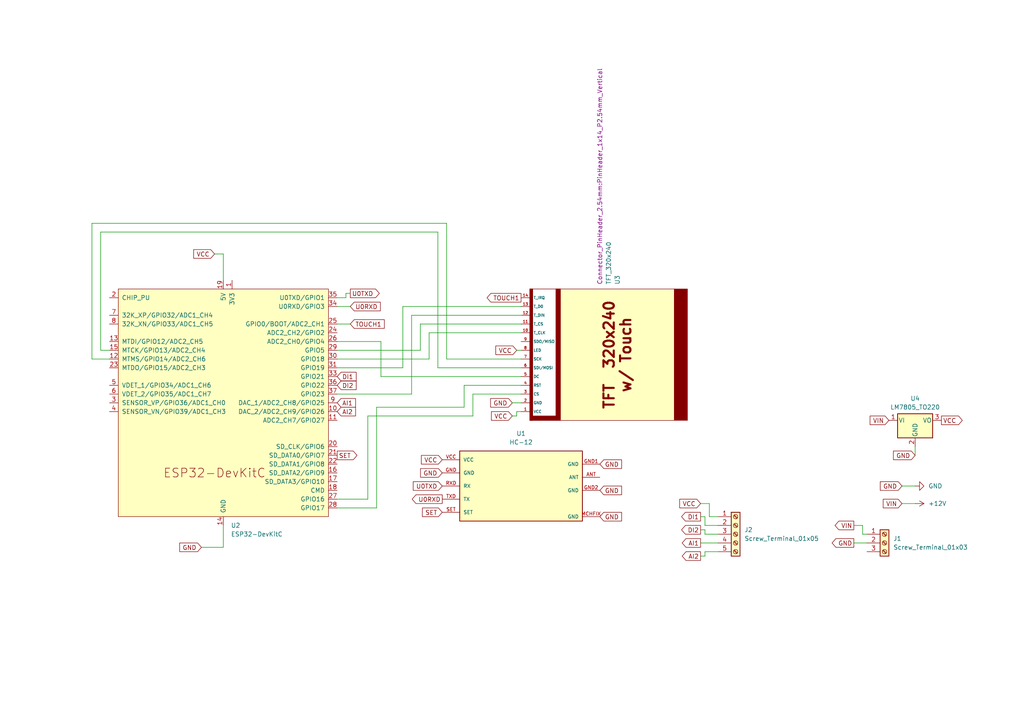
<source format=kicad_sch>
(kicad_sch (version 20230121) (generator eeschema)
  (paper "A4")
  (title_block (title "Central") (date "2023-12-16") (rev "0") (company "osantana"))
  (lib_symbols
    (symbol "Connector:Screw_Terminal_01x03" (pin_names (offset 1.016) hide)
      (property "Reference" "J" (at 0 5.08 0))
      (property "Value" "Screw_Terminal_01x03" (at 0 -5.08 0))
      (symbol "Screw_Terminal_01x03_1_1"
        (rectangle (start -1.27 3.81) (end 1.27 -3.81) (stroke (width 0.254)) (fill (type background)))
        (circle (center 0 -2.54) (radius 0.635) (stroke (width 0.1524)))
        (polyline (pts (xy -0.5334 -2.2098) (xy 0.3302 -3.048)) (stroke (width 0.1524)))
        (polyline (pts (xy -0.5334 0.3302) (xy 0.3302 -0.508)) (stroke (width 0.1524)))
        (polyline (pts (xy -0.5334 2.8702) (xy 0.3302 2.032)) (stroke (width 0.1524)))
        (polyline (pts (xy -0.3556 -2.032) (xy 0.508 -2.8702)) (stroke (width 0.1524)))
        (polyline (pts (xy -0.3556 0.508) (xy 0.508 -0.3302)) (stroke (width 0.1524)))
        (polyline (pts (xy -0.3556 3.048) (xy 0.508 2.2098)) (stroke (width 0.1524)))
        (circle (center 0 0) (radius 0.635) (stroke (width 0.1524)))
        (circle (center 0 2.54) (radius 0.635) (stroke (width 0.1524)))
        (pin passive line (at -5.08 2.54 0) (length 3.81) (name "Pin_1") (number "1"))
        (pin passive line (at -5.08 0 0) (length 3.81) (name "Pin_2") (number "2"))
        (pin passive line (at -5.08 -2.54 0) (length 3.81) (name "Pin_3") (number "3"))
      )
    )
    (symbol "Connector:Screw_Terminal_01x05" (pin_names (offset 1.016) hide)
      (property "Reference" "J" (at 0 7.62 0))
      (property "Value" "Screw_Terminal_01x05" (at 0 -7.62 0))
      (symbol "Screw_Terminal_01x05_1_1"
        (rectangle (start -1.27 6.35) (end 1.27 -6.35) (stroke (width 0.254)) (fill (type background)))
        (circle (center 0 -5.08) (radius 0.635) (stroke (width 0.1524)))
        (circle (center 0 -2.54) (radius 0.635) (stroke (width 0.1524)))
        (polyline (pts (xy -0.5334 -4.7498) (xy 0.3302 -5.588)) (stroke (width 0.1524)))
        (polyline (pts (xy -0.5334 -2.2098) (xy 0.3302 -3.048)) (stroke (width 0.1524)))
        (polyline (pts (xy -0.5334 0.3302) (xy 0.3302 -0.508)) (stroke (width 0.1524)))
        (polyline (pts (xy -0.5334 2.8702) (xy 0.3302 2.032)) (stroke (width 0.1524)))
        (polyline (pts (xy -0.5334 5.4102) (xy 0.3302 4.572)) (stroke (width 0.1524)))
        (polyline (pts (xy -0.3556 -4.572) (xy 0.508 -5.4102)) (stroke (width 0.1524)))
        (polyline (pts (xy -0.3556 -2.032) (xy 0.508 -2.8702)) (stroke (width 0.1524)))
        (polyline (pts (xy -0.3556 0.508) (xy 0.508 -0.3302)) (stroke (width 0.1524)))
        (polyline (pts (xy -0.3556 3.048) (xy 0.508 2.2098)) (stroke (width 0.1524)))
        (polyline (pts (xy -0.3556 5.588) (xy 0.508 4.7498)) (stroke (width 0.1524)))
        (circle (center 0 0) (radius 0.635) (stroke (width 0.1524)))
        (circle (center 0 2.54) (radius 0.635) (stroke (width 0.1524)))
        (circle (center 0 5.08) (radius 0.635) (stroke (width 0.1524)))
        (pin passive line (at -5.08 5.08 0) (length 3.81) (name "Pin_1") (number "1"))
        (pin passive line (at -5.08 2.54 0) (length 3.81) (name "Pin_2") (number "2"))
        (pin passive line (at -5.08 0 0) (length 3.81) (name "Pin_3") (number "3"))
        (pin passive line (at -5.08 -2.54 0) (length 3.81) (name "Pin_4") (number "4"))
        (pin passive line (at -5.08 -5.08 0) (length 3.81) (name "Pin_5") (number "5"))
      )
    )
    (symbol "Display_Character:TFT_320x240" (pin_names (offset 1.016))
      (property "Reference" "U?" (at 20.32 25.4001 0))
      (property "Value" "TFT_320x240" (at 20.32 22.8601 0))
      (property "Footprint" "Display:TFT-320x240" (at 20.32 20.3201 0))
      (symbol "TFT_320x240_0_1"
        (rectangle (start -19.05 0) (end 19.05 0.8382) (fill (type outline)))
        (rectangle (start -19.05 7.62) (end -17.78 0) (fill (type outline)))
        (rectangle (start -19.05 7.62) (end 19.05 0))
        (rectangle (start -19.05 8.89) (end 19.05 7.62) (fill (type outline)))
        (rectangle (start -19.05 41.91) (end 19.05 7.62) (fill (type background)))
        (rectangle (start -19.05 41.91) (end 19.05 45.72) (fill (type outline)))
      )
      (symbol "TFT_320x240_1_0"
        (text "TFT  320x240\nw/ Touch" (at 0 25.4 0) (effects (font (size 2.9972 2.9972) bold)))
      )
      (symbol "TFT_320x240_1_1"
        (pin power_in line (at -16.51 -2.54 90) (length 2.54) (name "VCC") (number "1"))
        (pin bidirectional line (at 6.35 -2.54 90) (length 2.54) (name "T_CLK") (number "10"))
        (pin bidirectional line (at 8.89 -2.54 90) (length 2.54) (name "T_CS") (number "11"))
        (pin bidirectional line (at 11.43 -2.54 90) (length 2.54) (name "T_DIN") (number "12"))
        (pin bidirectional line (at 13.97 -2.54 90) (length 2.54) (name "T_D0") (number "13"))
        (pin bidirectional line (at 16.51 -2.54 90) (length 2.54) (name "T_IRQ") (number "14"))
        (pin bidirectional line (at -13.97 -2.54 90) (length 2.54) (name "GND") (number "2"))
        (pin bidirectional line (at -11.43 -2.54 90) (length 2.54) (name "CS") (number "3"))
        (pin bidirectional line (at -8.89 -2.54 90) (length 2.54) (name "RST") (number "4"))
        (pin bidirectional line (at -6.35 -2.54 90) (length 2.54) (name "DC") (number "5"))
        (pin bidirectional line (at -3.81 -2.54 90) (length 2.54) (name "SDI/MOSI") (number "6"))
        (pin bidirectional line (at -1.27 -2.54 90) (length 2.54) (name "SCK") (number "7"))
        (pin power_in line (at 1.27 -2.54 90) (length 2.54) (name "LED") (number "8"))
        (pin bidirectional line (at 3.81 -2.54 90) (length 2.54) (name "SDO/MISO") (number "9"))
      )
    )
    (symbol "HC-12_FOOTPRINT:HC-12" (pin_names (offset 1.016))
      (property "Reference" "U" (at 0 0 0))
      (property "Value" "HC-12" (at 0 2.54 0))
      (symbol "HC-12_0_0"
        (rectangle (start -17.78 -7.62) (end 17.78 12.7) (stroke (width 0.254)) (fill (type background)))
        (pin bidirectional line (at 22.86 5.08 180) (length 5.08) (name "ANT") (number "ANT"))
        (pin bidirectional line (at -22.86 6.35 0) (length 5.08) (name "GND") (number "GND"))
        (pin bidirectional line (at 22.86 8.89 180) (length 5.08) (name "GND") (number "GND1"))
        (pin bidirectional line (at 22.86 1.27 180) (length 5.08) (name "GND") (number "GND2"))
        (pin bidirectional line (at 22.86 -6.35 180) (length 5.08) (name "GND") (number "MCHFIX"))
        (pin bidirectional line (at -22.86 2.54 0) (length 5.08) (name "RX") (number "RXD"))
        (pin bidirectional line (at -22.86 -5.08 0) (length 5.08) (name "SET") (number "SET"))
        (pin bidirectional line (at -22.86 -1.27 0) (length 5.08) (name "TX") (number "TXD"))
        (pin bidirectional line (at -22.86 10.16 0) (length 5.08) (name "VCC") (number "VCC"))
      )
    )
    (symbol "PCM_Espressif:ESP32-DevKitC" (pin_names (offset 1.016))
      (property "Reference" "U" (at -30.48 38.1 0))
      (property "Value" "ESP32-DevKitC" (at -30.48 35.56 0))
      (symbol "ESP32-DevKitC_0_0"
        (text "ESP32-DevKitC" (at -2.54 -20.32 0) (effects (font (size 2.54 2.54))))
        (pin power_in line (at 0 -35.56 90) (length 2.54) (name "GND") (number "14"))
        (pin power_in line (at 0 35.56 270) (length 2.54) (name "5V") (number "19"))
      )
      (symbol "ESP32-DevKitC_0_1"
        (rectangle (start -30.48 33.02) (end 30.48 -33.02) (fill (type background)))
      )
      (symbol "ESP32-DevKitC_1_1"
        (pin power_in line (at 2.54 35.56 270) (length 2.54) (name "3V3") (number "1"))
        (pin bidirectional line (at 33.02 -2.54 180) (length 2.54) (name "DAC_2/ADC2_CH9/GPIO26") (number "10"))
        (pin bidirectional line (at 33.02 -5.08 180) (length 2.54) (name "ADC2_CH7/GPIO27") (number "11"))
        (pin bidirectional line (at -33.02 12.7 0) (length 2.54) (name "MTMS/GPIO14/ADC2_CH6") (number "12"))
        (pin bidirectional line (at -33.02 17.78 0) (length 2.54) (name "MTDI/GPIO12/ADC2_CH5") (number "13"))
        (pin bidirectional line (at -33.02 15.24 0) (length 2.54) (name "MTCK/GPIO13/ADC2_CH4") (number "15"))
        (pin bidirectional line (at 33.02 -20.32 180) (length 2.54) (name "SD_DATA2/GPIO9") (number "16"))
        (pin bidirectional line (at 33.02 -22.86 180) (length 2.54) (name "SD_DATA3/GPIO10") (number "17"))
        (pin bidirectional line (at 33.02 -25.4 180) (length 2.54) (name "CMD") (number "18"))
        (pin input line (at -33.02 30.48 0) (length 2.54) (name "CHIP_PU") (number "2"))
        (pin bidirectional line (at 33.02 -12.7 180) (length 2.54) (name "SD_CLK/GPIO6") (number "20"))
        (pin bidirectional line (at 33.02 -15.24 180) (length 2.54) (name "SD_DATA0/GPIO7") (number "21"))
        (pin bidirectional line (at 33.02 -17.78 180) (length 2.54) (name "SD_DATA1/GPIO8") (number "22"))
        (pin bidirectional line (at -33.02 10.16 0) (length 2.54) (name "MTDO/GPIO15/ADC2_CH3") (number "23"))
        (pin bidirectional line (at 33.02 20.32 180) (length 2.54) (name "ADC2_CH2/GPIO2") (number "24"))
        (pin bidirectional line (at 33.02 22.86 180) (length 2.54) (name "GPIO0/BOOT/ADC2_CH1") (number "25"))
        (pin bidirectional line (at 33.02 17.78 180) (length 2.54) (name "ADC2_CH0/GPIO4") (number "26"))
        (pin bidirectional line (at 33.02 -27.94 180) (length 2.54) (name "GPIO16") (number "27"))
        (pin bidirectional line (at 33.02 -30.48 180) (length 2.54) (name "GPIO17") (number "28"))
        (pin bidirectional line (at 33.02 15.24 180) (length 2.54) (name "GPIO5") (number "29"))
        (pin input line (at -33.02 0 0) (length 2.54) (name "SENSOR_VP/GPIO36/ADC1_CH0") (number "3"))
        (pin bidirectional line (at 33.02 12.7 180) (length 2.54) (name "GPIO18") (number "30"))
        (pin bidirectional line (at 33.02 10.16 180) (length 2.54) (name "GPIO19") (number "31"))
        (pin passive line (at 0 -35.56 90) (length 2.54) hide (name "GND") (number "32"))
        (pin bidirectional line (at 33.02 7.62 180) (length 2.54) (name "GPIO21") (number "33"))
        (pin bidirectional line (at 33.02 27.94 180) (length 2.54) (name "U0RXD/GPIO3") (number "34"))
        (pin bidirectional line (at 33.02 30.48 180) (length 2.54) (name "U0TXD/GPIO1") (number "35"))
        (pin bidirectional line (at 33.02 5.08 180) (length 2.54) (name "GPIO22") (number "36"))
        (pin bidirectional line (at 33.02 2.54 180) (length 2.54) (name "GPIO23") (number "37"))
        (pin passive line (at 0 -35.56 90) (length 2.54) hide (name "GND") (number "38"))
        (pin input line (at -33.02 -2.54 0) (length 2.54) (name "SENSOR_VN/GPIO39/ADC1_CH3") (number "4"))
        (pin input line (at -33.02 5.08 0) (length 2.54) (name "VDET_1/GPIO34/ADC1_CH6") (number "5"))
        (pin input line (at -33.02 2.54 0) (length 2.54) (name "VDET_2/GPIO35/ADC1_CH7") (number "6"))
        (pin bidirectional line (at -33.02 25.4 0) (length 2.54) (name "32K_XP/GPIO32/ADC1_CH4") (number "7"))
        (pin bidirectional line (at -33.02 22.86 0) (length 2.54) (name "32K_XN/GPIO33/ADC1_CH5") (number "8"))
        (pin bidirectional line (at 33.02 0 180) (length 2.54) (name "DAC_1/ADC2_CH8/GPIO25") (number "9"))
      )
    )
    (symbol "Regulator_Linear:LM7805_TO220" (pin_names (offset 0.254))
      (property "Reference" "U" (at -3.81 3.175 0))
      (property "Value" "LM7805_TO220" (at 0 3.175 0))
      (symbol "LM7805_TO220_0_1"
        (rectangle (start -5.08 1.905) (end 5.08 -5.08) (stroke (width 0.254)) (fill (type background)))
      )
      (symbol "LM7805_TO220_1_1"
        (pin power_in line (at -7.62 0 0) (length 2.54) (name "VI") (number "1"))
        (pin power_in line (at 0 -7.62 90) (length 2.54) (name "GND") (number "2"))
        (pin power_out line (at 7.62 0 180) (length 2.54) (name "VO") (number "3"))
      )
    )
    (symbol "power:+12V" (power) (pin_names (offset 0))
      (property "Value" "+12V" (at 0 3.556 0))
      (symbol "+12V_0_1"
        (polyline (pts (xy -0.762 1.27) (xy 0 2.54)))
        (polyline (pts (xy 0 0) (xy 0 2.54)))
        (polyline (pts (xy 0 2.54) (xy 0.762 1.27)))
      )
      (symbol "+12V_1_1"
        (pin power_in line (at 0 0 90) (length 0) hide (name "+12V") (number "1"))
      )
    )
    (symbol "power:GND" (power) (pin_names (offset 0))
      (property "Value" "GND" (at 0 -3.81 0))
      (symbol "GND_0_1"
        (polyline (pts (xy 0 0) (xy 0 -1.27) (xy 1.27 -1.27) (xy 0 -2.54) (xy -1.27 -1.27) (xy 0 -1.27)))
      )
      (symbol "GND_1_1"
        (pin power_in line (at 0 0 270) (length 0) hide (name "GND") (number "1"))
      )
    )
  )
  (wire (pts (xy 109.22 147.32) (xy 97.79 147.32)))
  (wire (pts (xy 149.86 101.6) (xy 151.13 101.6)))
  (wire (pts (xy 149.86 120.65) (xy 149.86 119.38)))
  (wire (pts (xy 124.46 96.52) (xy 124.46 104.14)))
  (wire (pts (xy 124.46 104.14) (xy 97.79 104.14)))
  (wire (pts (xy 58.42 158.75) (xy 64.77 158.75)))
  (wire (pts (xy 203.2 161.29) (xy 204.47 161.29)))
  (wire (pts (xy 119.38 91.44) (xy 119.38 114.3)))
  (wire (pts (xy 205.74 149.86) (xy 208.28 149.86)))
  (wire (pts (xy 265.43 132.08) (xy 265.43 129.54)))
  (wire (pts (xy 134.62 118.11) (xy 109.22 118.11)))
  (wire (pts (xy 121.92 93.98) (xy 121.92 101.6)))
  (wire (pts (xy 151.13 91.44) (xy 119.38 91.44)))
  (wire (pts (xy 204.47 160.02) (xy 208.28 160.02)))
  (wire (pts (xy 106.68 120.65) (xy 106.68 144.78)))
  (wire (pts (xy 148.59 116.84) (xy 151.13 116.84)))
  (wire (pts (xy 137.16 120.65) (xy 106.68 120.65)))
  (wire (pts (xy 151.13 96.52) (xy 124.46 96.52)))
  (wire (pts (xy 151.13 93.98) (xy 121.92 93.98)))
  (wire (pts (xy 64.77 73.66) (xy 62.23 73.66)))
  (wire (pts (xy 26.67 64.77) (xy 26.67 104.14)))
  (wire (pts (xy 151.13 111.76) (xy 134.62 111.76)))
  (wire (pts (xy 101.6 85.09) (xy 100.33 85.09)))
  (wire (pts (xy 29.21 67.31) (xy 29.21 101.6)))
  (wire (pts (xy 204.47 153.67) (xy 204.47 154.94)))
  (wire (pts (xy 97.79 99.06) (xy 110.49 99.06)))
  (wire (pts (xy 129.54 104.14) (xy 129.54 64.77)))
  (wire (pts (xy 203.2 153.67) (xy 204.47 153.67)))
  (wire (pts (xy 129.54 64.77) (xy 26.67 64.77)))
  (wire (pts (xy 101.6 93.98) (xy 97.79 93.98)))
  (wire (pts (xy 204.47 161.29) (xy 204.47 160.02)))
  (wire (pts (xy 26.67 104.14) (xy 31.75 104.14)))
  (wire (pts (xy 137.16 114.3) (xy 137.16 120.65)))
  (wire (pts (xy 100.33 85.09) (xy 100.33 86.36)))
  (wire (pts (xy 29.21 101.6) (xy 31.75 101.6)))
  (wire (pts (xy 64.77 158.75) (xy 64.77 152.4)))
  (wire (pts (xy 148.59 120.65) (xy 149.86 120.65)))
  (wire (pts (xy 203.2 146.05) (xy 205.74 146.05)))
  (wire (pts (xy 204.47 149.86) (xy 204.47 152.4)))
  (wire (pts (xy 247.65 152.4) (xy 250.19 152.4)))
  (wire (pts (xy 203.2 149.86) (xy 204.47 149.86)))
  (wire (pts (xy 151.13 109.22) (xy 110.49 109.22)))
  (wire (pts (xy 151.13 88.9) (xy 116.84 88.9)))
  (wire (pts (xy 109.22 118.11) (xy 109.22 147.32)))
  (wire (pts (xy 127 106.68) (xy 127 67.31)))
  (wire (pts (xy 64.77 81.28) (xy 64.77 73.66)))
  (wire (pts (xy 205.74 146.05) (xy 205.74 149.86)))
  (wire (pts (xy 119.38 114.3) (xy 97.79 114.3)))
  (wire (pts (xy 149.86 119.38) (xy 151.13 119.38)))
  (wire (pts (xy 204.47 154.94) (xy 208.28 154.94)))
  (wire (pts (xy 151.13 106.68) (xy 127 106.68)))
  (wire (pts (xy 247.65 157.48) (xy 251.46 157.48)))
  (wire (pts (xy 100.33 86.36) (xy 97.79 86.36)))
  (wire (pts (xy 203.2 157.48) (xy 208.28 157.48)))
  (wire (pts (xy 121.92 101.6) (xy 97.79 101.6)))
  (wire (pts (xy 261.62 140.97) (xy 265.43 140.97)))
  (wire (pts (xy 250.19 154.94) (xy 251.46 154.94)))
  (wire (pts (xy 261.62 146.05) (xy 265.43 146.05)))
  (wire (pts (xy 116.84 88.9) (xy 116.84 106.68)))
  (wire (pts (xy 101.6 88.9) (xy 97.79 88.9)))
  (wire (pts (xy 127 67.31) (xy 29.21 67.31)))
  (wire (pts (xy 151.13 104.14) (xy 129.54 104.14)))
  (wire (pts (xy 250.19 152.4) (xy 250.19 154.94)))
  (wire (pts (xy 204.47 152.4) (xy 208.28 152.4)))
  (wire (pts (xy 116.84 106.68) (xy 97.79 106.68)))
  (wire (pts (xy 106.68 144.78) (xy 97.79 144.78)))
  (wire (pts (xy 110.49 109.22) (xy 110.49 99.06)))
  (wire (pts (xy 134.62 111.76) (xy 134.62 118.11)))
  (wire (pts (xy 151.13 114.3) (xy 137.16 114.3)))
  (global_label "GND" (shape output) (at 247.65 157.48 180) (property "Intersheetrefs" "${INTERSHEET_REFS}" (effects hide)))
  (global_label "AI2" (shape input) (at 97.79 119.38 0) (property "Intersheetrefs" "${INTERSHEET_REFS}" (effects hide)))
  (global_label "GND" (shape input) (at 58.42 158.75 180) (property "Intersheetrefs" "${INTERSHEET_REFS}" (effects hide)))
  (global_label "VCC" (shape input) (at 203.2 146.05 180) (property "Intersheetrefs" "${INTERSHEET_REFS}" (effects hide)))
  (global_label "VIN" (shape input) (at 257.81 121.92 180) (property "Intersheetrefs" "${INTERSHEET_REFS}" (effects hide)))
  (global_label "GND" (shape input) (at 173.99 134.62 0) (property "Intersheetrefs" "${INTERSHEET_REFS}" (effects hide)))
  (global_label "DI2" (shape input) (at 97.79 111.76 0) (property "Intersheetrefs" "${INTERSHEET_REFS}" (effects hide)))
  (global_label "VCC" (shape input) (at 148.59 120.65 180) (property "Intersheetrefs" "${INTERSHEET_REFS}" (effects hide)))
  (global_label "TOUCH1" (shape input) (at 101.6 93.98 0) (property "Intersheetrefs" "${INTERSHEET_REFS}" (effects hide)))
  (global_label "U0TXD" (shape output) (at 101.6 85.09 0) (property "Intersheetrefs" "${INTERSHEET_REFS}" (effects hide)))
  (global_label "VCC" (shape input) (at 128.27 133.35 180) (property "Intersheetrefs" "${INTERSHEET_REFS}" (effects hide)))
  (global_label "VCC" (shape output) (at 273.05 121.92 0) (property "Intersheetrefs" "${INTERSHEET_REFS}" (effects hide)))
  (global_label "DI1" (shape input) (at 97.79 109.22 0) (property "Intersheetrefs" "${INTERSHEET_REFS}" (effects hide)))
  (global_label "TOUCH1" (shape output) (at 151.13 86.36 180) (property "Intersheetrefs" "${INTERSHEET_REFS}" (effects hide)))
  (global_label "DI2" (shape output) (at 203.2 153.67 180) (property "Intersheetrefs" "${INTERSHEET_REFS}" (effects hide)))
  (global_label "SET" (shape output) (at 97.79 132.08 0) (property "Intersheetrefs" "${INTERSHEET_REFS}" (effects hide)))
  (global_label "SET" (shape input) (at 128.27 148.59 180) (property "Intersheetrefs" "${INTERSHEET_REFS}" (effects hide)))
  (global_label "AI2" (shape output) (at 203.2 161.29 180) (property "Intersheetrefs" "${INTERSHEET_REFS}" (effects hide)))
  (global_label "GND" (shape input) (at 148.59 116.84 180) (property "Intersheetrefs" "${INTERSHEET_REFS}" (effects hide)))
  (global_label "GND" (shape input) (at 265.43 132.08 180) (property "Intersheetrefs" "${INTERSHEET_REFS}" (effects hide)))
  (global_label "U0RXD" (shape output) (at 128.27 144.78 180) (property "Intersheetrefs" "${INTERSHEET_REFS}" (effects hide)))
  (global_label "GND" (shape input) (at 173.99 149.86 0) (property "Intersheetrefs" "${INTERSHEET_REFS}" (effects hide)))
  (global_label "U0RXD" (shape input) (at 101.6 88.9 0) (property "Intersheetrefs" "${INTERSHEET_REFS}" (effects hide)))
  (global_label "GND" (shape input) (at 173.99 142.24 0) (property "Intersheetrefs" "${INTERSHEET_REFS}" (effects hide)))
  (global_label "VIN" (shape output) (at 247.65 152.4 180) (property "Intersheetrefs" "${INTERSHEET_REFS}" (effects hide)))
  (global_label "VIN" (shape input) (at 261.62 146.05 180) (property "Intersheetrefs" "${INTERSHEET_REFS}" (effects hide)))
  (global_label "GND" (shape input) (at 128.27 137.16 180) (property "Intersheetrefs" "${INTERSHEET_REFS}" (effects hide)))
  (global_label "DI1" (shape output) (at 203.2 149.86 180) (property "Intersheetrefs" "${INTERSHEET_REFS}" (effects hide)))
  (global_label "AI1" (shape input) (at 97.79 116.84 0) (property "Intersheetrefs" "${INTERSHEET_REFS}" (effects hide)))
  (global_label "AI1" (shape output) (at 203.2 157.48 180) (property "Intersheetrefs" "${INTERSHEET_REFS}" (effects hide)))
  (global_label "VCC" (shape input) (at 149.86 101.6 180) (property "Intersheetrefs" "${INTERSHEET_REFS}" (effects hide)))
  (global_label "VCC" (shape input) (at 62.23 73.66 180) (property "Intersheetrefs" "${INTERSHEET_REFS}" (effects hide)))
  (global_label "GND" (shape input) (at 261.62 140.97 180) (property "Intersheetrefs" "${INTERSHEET_REFS}" (effects hide)))
  (global_label "U0TXD" (shape input) (at 128.27 140.97 180) (property "Intersheetrefs" "${INTERSHEET_REFS}" (effects hide)))
  (symbol (lib_id "Display_Character:TFT_320x240") (at 153.67 102.87 270) (mirror x) (unit 1)
    (property "Reference" "U3" (at 179.07 82.55 0) (effects (justify left)))
    (property "Value" "TFT_320x240" (at 176.53 82.55 0) (effects (justify left)))
    (property "Footprint" "Connector_PinHeader_2.54mm:PinHeader_1x14_P2.54mm_Vertical" (at 173.99 82.55 0) (effects (justify left)))
  )
  (symbol (lib_id "Regulator_Linear:LM7805_TO220") (at 265.43 121.92 0) (unit 1)
    (property "Reference" "U4" (at 265.43 115.57 0))
    (property "Value" "LM7805_TO220" (at 265.43 118.11 0))
    (property "Footprint" "Package_TO_SOT_THT:TO-220-3_Vertical" (effects hide))
    (property "Datasheet" "https://www.onsemi.cn/PowerSolutions/document/MC7800-D.PDF" (effects hide))
  )
  (symbol (lib_id "HC-12_FOOTPRINT:HC-12") (at 151.13 143.51 0) (unit 1)
    (property "Reference" "U1" (at 151.13 125.73 0))
    (property "Value" "HC-12" (at 151.13 128.27 0))
    (property "Footprint" "HC-12" (effects hide))
  )
  (symbol (lib_id "Connector:Screw_Terminal_01x03") (at 256.54 157.48 0) (unit 1)
    (property "Reference" "J1" (at 259.08 156.21 0) (effects (justify left)))
    (property "Value" "Screw_Terminal_01x03" (at 259.08 158.75 0) (effects (justify left)))
    (property "Footprint" "TerminalBlock:TerminalBlock_bornier-3_P5.08mm" (effects hide))
  )
  (symbol (lib_id "power:+12V") (at 265.43 146.05 270) (unit 1)
    (property "Reference" "#PWR02" (effects hide))
    (property "Value" "+12V" (at 269.24 146.05 90) (effects (justify left)))
  )
  (symbol (lib_id "PCM_Espressif:ESP32-DevKitC") (at 64.77 116.84 0) (unit 1)
    (property "Reference" "U2" (at 66.9641 152.4 0) (effects (justify left)))
    (property "Value" "ESP32-DevKitC" (at 66.9641 154.94 0) (effects (justify left)))
    (property "Footprint" "PCM_Espressif:ESP32-DevKitC" (effects hide))
    (property "Datasheet" "https://docs.espressif.com/projects/esp-idf/zh_CN/latest/esp32/hw-reference/esp32/get-started-devkitc.html" (effects hide))
  )
  (symbol (lib_id "power:GND") (at 265.43 140.97 90) (unit 1)
    (property "Reference" "#PWR06" (effects hide))
    (property "Value" "GND" (at 269.24 140.97 90) (effects (justify right)))
  )
  (symbol (lib_id "Connector:Screw_Terminal_01x05") (at 213.36 154.94 0) (unit 1)
    (property "Reference" "J2" (at 215.9 153.67 0) (effects (justify left)))
    (property "Value" "Screw_Terminal_01x05" (at 215.9 156.21 0) (effects (justify left)))
    (property "Footprint" "TerminalBlock:TerminalBlock_bornier-5_P5.08mm" (effects hide))
  )
)
</source>
